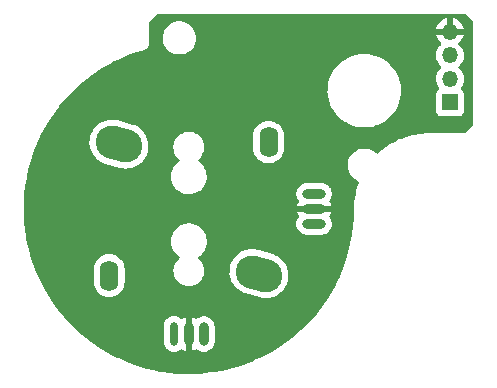
<source format=gbl>
%TF.GenerationSoftware,KiCad,Pcbnew,(6.0.1)*%
%TF.CreationDate,2022-03-21T17:48:04-07:00*%
%TF.ProjectId,CStick,43537469-636b-42e6-9b69-6361645f7063,rev?*%
%TF.SameCoordinates,Original*%
%TF.FileFunction,Copper,L2,Bot*%
%TF.FilePolarity,Positive*%
%FSLAX46Y46*%
G04 Gerber Fmt 4.6, Leading zero omitted, Abs format (unit mm)*
G04 Created by KiCad (PCBNEW (6.0.1)) date 2022-03-21 17:48:04*
%MOMM*%
%LPD*%
G01*
G04 APERTURE LIST*
G04 Aperture macros list*
%AMHorizOval*
0 Thick line with rounded ends*
0 $1 width*
0 $2 $3 position (X,Y) of the first rounded end (center of the circle)*
0 $4 $5 position (X,Y) of the second rounded end (center of the circle)*
0 Add line between two ends*
20,1,$1,$2,$3,$4,$5,0*
0 Add two circle primitives to create the rounded ends*
1,1,$1,$2,$3*
1,1,$1,$4,$5*%
G04 Aperture macros list end*
%TA.AperFunction,ComponentPad*%
%ADD10R,1.350000X1.350000*%
%TD*%
%TA.AperFunction,ComponentPad*%
%ADD11O,1.350000X1.350000*%
%TD*%
%TA.AperFunction,ComponentPad*%
%ADD12O,1.600000X2.600000*%
%TD*%
%TA.AperFunction,ComponentPad*%
%ADD13HorizOval,2.800000X-0.577898X0.161352X0.577898X-0.161352X0*%
%TD*%
%TA.AperFunction,ComponentPad*%
%ADD14O,0.700000X2.000000*%
%TD*%
%TA.AperFunction,ComponentPad*%
%ADD15O,0.800000X2.000000*%
%TD*%
%TA.AperFunction,ComponentPad*%
%ADD16O,2.000000X0.800000*%
%TD*%
G04 APERTURE END LIST*
D10*
X172100000Y-91000000D03*
D11*
X172100000Y-89000000D03*
X172100000Y-87000000D03*
X172100000Y-85000000D03*
D12*
X143250000Y-105650000D03*
D13*
X144070000Y-94520000D03*
D12*
X156750000Y-94350000D03*
D13*
X155930000Y-105480000D03*
D14*
X148730000Y-110600000D03*
D15*
X150000000Y-110600000D03*
X151270000Y-110600000D03*
D16*
X160600000Y-101270000D03*
X160600000Y-100000000D03*
X160600000Y-98730000D03*
%TA.AperFunction,Conductor*%
G36*
X173405510Y-83528002D02*
G01*
X173426485Y-83544905D01*
X174055096Y-84173517D01*
X174089121Y-84235829D01*
X174092000Y-84262612D01*
X174092000Y-92837388D01*
X174071998Y-92905509D01*
X174055096Y-92926483D01*
X173426485Y-93555095D01*
X173364172Y-93589120D01*
X173337389Y-93592000D01*
X170453207Y-93592000D01*
X170432303Y-93590254D01*
X170425562Y-93589120D01*
X170412539Y-93586929D01*
X170406373Y-93586854D01*
X170404865Y-93586835D01*
X170404860Y-93586835D01*
X170400000Y-93586776D01*
X170393794Y-93587665D01*
X170380297Y-93588861D01*
X169956790Y-93603516D01*
X169741601Y-93625927D01*
X169517885Y-93649225D01*
X169517872Y-93649227D01*
X169515700Y-93649453D01*
X169513545Y-93649829D01*
X169513534Y-93649831D01*
X169080979Y-93725395D01*
X169080970Y-93725397D01*
X169078840Y-93725769D01*
X169076746Y-93726286D01*
X169076742Y-93726287D01*
X168917388Y-93765643D01*
X168648300Y-93832100D01*
X168226141Y-93967937D01*
X168224134Y-93968740D01*
X168224125Y-93968743D01*
X168002714Y-94057302D01*
X167814380Y-94132631D01*
X167414989Y-94325394D01*
X167029878Y-94545303D01*
X167028069Y-94546509D01*
X167028061Y-94546514D01*
X166662703Y-94790096D01*
X166662691Y-94790105D01*
X166660889Y-94791306D01*
X166309787Y-95062227D01*
X166308162Y-95063671D01*
X166308158Y-95063674D01*
X166046445Y-95296185D01*
X165982234Y-95326475D01*
X165911841Y-95317242D01*
X165892930Y-95306868D01*
X165670961Y-95159047D01*
X165654534Y-95146010D01*
X165643473Y-95135619D01*
X165643472Y-95135618D01*
X165639925Y-95132286D01*
X165635913Y-95129543D01*
X165635907Y-95129538D01*
X165634383Y-95128496D01*
X165629573Y-95125208D01*
X165625179Y-95123111D01*
X165625174Y-95123108D01*
X165620900Y-95121068D01*
X165613781Y-95117388D01*
X165439876Y-95020350D01*
X165439872Y-95020348D01*
X165435558Y-95017941D01*
X165430912Y-95016235D01*
X165232168Y-94943262D01*
X165232163Y-94943261D01*
X165227515Y-94941554D01*
X165222659Y-94940596D01*
X165222656Y-94940595D01*
X165014940Y-94899610D01*
X165014936Y-94899609D01*
X165010083Y-94898652D01*
X165005134Y-94898465D01*
X165005132Y-94898465D01*
X164943889Y-94896154D01*
X164788617Y-94890293D01*
X164568569Y-94916682D01*
X164355359Y-94977168D01*
X164350884Y-94979240D01*
X164350877Y-94979242D01*
X164158730Y-95068183D01*
X164158727Y-95068185D01*
X164154237Y-95070263D01*
X164150121Y-95073023D01*
X164150120Y-95073023D01*
X164036010Y-95149524D01*
X163970153Y-95193675D01*
X163807642Y-95344364D01*
X163670704Y-95518620D01*
X163562712Y-95712153D01*
X163561006Y-95716801D01*
X163561004Y-95716804D01*
X163488914Y-95913147D01*
X163486325Y-95920197D01*
X163485368Y-95925049D01*
X163485366Y-95925055D01*
X163471190Y-95996903D01*
X163443424Y-96137628D01*
X163443237Y-96142579D01*
X163443237Y-96142580D01*
X163442447Y-96163498D01*
X163435064Y-96359095D01*
X163461452Y-96579142D01*
X163521938Y-96792352D01*
X163524017Y-96796843D01*
X163524019Y-96796849D01*
X163586139Y-96931053D01*
X163615033Y-96993475D01*
X163617789Y-96997585D01*
X163617789Y-96997586D01*
X163681102Y-97092025D01*
X163738445Y-97177558D01*
X163741809Y-97181186D01*
X163859250Y-97307841D01*
X163889134Y-97340070D01*
X163946791Y-97385379D01*
X164034125Y-97454010D01*
X164042534Y-97461238D01*
X164052556Y-97470654D01*
X164056569Y-97473398D01*
X164056573Y-97473401D01*
X164058883Y-97474980D01*
X164062908Y-97477732D01*
X164067306Y-97479831D01*
X164067308Y-97479832D01*
X164088064Y-97489737D01*
X164103637Y-97498579D01*
X164331445Y-97650288D01*
X164377056Y-97704694D01*
X164386013Y-97775123D01*
X164380977Y-97795485D01*
X164273474Y-98113722D01*
X164254794Y-98169018D01*
X164138453Y-98618304D01*
X164138045Y-98620535D01*
X164138043Y-98620543D01*
X164112810Y-98758436D01*
X164054914Y-99074828D01*
X164004615Y-99536199D01*
X164003589Y-99564527D01*
X163988941Y-99969042D01*
X163988050Y-99977799D01*
X163988171Y-99977810D01*
X163987735Y-99982670D01*
X163986929Y-99987461D01*
X163986856Y-99993462D01*
X163986814Y-99993730D01*
X163986849Y-99993999D01*
X163986776Y-100000000D01*
X163987465Y-100004814D01*
X163987466Y-100004823D01*
X163989676Y-100020257D01*
X163990904Y-100041446D01*
X163972546Y-100735917D01*
X163972194Y-100742567D01*
X163914149Y-101473110D01*
X163913446Y-101479732D01*
X163816889Y-102206166D01*
X163815838Y-102212742D01*
X163681029Y-102933098D01*
X163679631Y-102939609D01*
X163506960Y-103651798D01*
X163505221Y-103658226D01*
X163295154Y-104360330D01*
X163293077Y-104366657D01*
X163222567Y-104563743D01*
X163058797Y-105021502D01*
X163046219Y-105056658D01*
X163043814Y-105062859D01*
X162790114Y-105668933D01*
X162760832Y-105738885D01*
X162758105Y-105744944D01*
X162523641Y-106231198D01*
X162439808Y-106405060D01*
X162436758Y-106410980D01*
X162084038Y-107053341D01*
X162080680Y-107059092D01*
X161694500Y-107681946D01*
X161690842Y-107687511D01*
X161272311Y-108289066D01*
X161268365Y-108294430D01*
X160818627Y-108873044D01*
X160814403Y-108878192D01*
X160334719Y-109432242D01*
X160330228Y-109437159D01*
X159821945Y-109965089D01*
X159817201Y-109969763D01*
X159281741Y-110470095D01*
X159276757Y-110474511D01*
X158715617Y-110945850D01*
X158710407Y-110949997D01*
X158125128Y-111391044D01*
X158119706Y-111394910D01*
X157511931Y-111804429D01*
X157506349Y-111807978D01*
X156998879Y-112112216D01*
X156877797Y-112184807D01*
X156872004Y-112188075D01*
X156224425Y-112531167D01*
X156218465Y-112534125D01*
X155553680Y-112842517D01*
X155547568Y-112845159D01*
X154867398Y-113118005D01*
X154861159Y-113120318D01*
X154167515Y-113356850D01*
X154161190Y-113358822D01*
X153637193Y-113507106D01*
X153456022Y-113558375D01*
X153449569Y-113560018D01*
X153166393Y-113624210D01*
X152734854Y-113722033D01*
X152728335Y-113723330D01*
X152116486Y-113828397D01*
X152006077Y-113847356D01*
X151999486Y-113848310D01*
X151271646Y-113934006D01*
X151265017Y-113934609D01*
X151041983Y-113948980D01*
X150533714Y-113981729D01*
X150527059Y-113981982D01*
X150175462Y-113986021D01*
X149794240Y-113990400D01*
X149787593Y-113990300D01*
X149055382Y-113959990D01*
X149048746Y-113959539D01*
X148319127Y-113890583D01*
X148312548Y-113889785D01*
X147906511Y-113829627D01*
X147587625Y-113782381D01*
X147581066Y-113781232D01*
X147018451Y-113667217D01*
X146862796Y-113635673D01*
X146856320Y-113634181D01*
X146146782Y-113450886D01*
X146140382Y-113449051D01*
X145924208Y-113380837D01*
X145441494Y-113228516D01*
X145435203Y-113226346D01*
X145146073Y-113118005D01*
X144748949Y-112969197D01*
X144742782Y-112966698D01*
X144071082Y-112673655D01*
X144065057Y-112670835D01*
X143958680Y-112617568D01*
X143926272Y-112601340D01*
X143409777Y-112342713D01*
X143403903Y-112339575D01*
X142766865Y-111977285D01*
X142761166Y-111973841D01*
X142144166Y-111578406D01*
X142138665Y-111574672D01*
X141751460Y-111296596D01*
X147871500Y-111296596D01*
X147886583Y-111435437D01*
X147946078Y-111612223D01*
X148042147Y-111772109D01*
X148170308Y-111907636D01*
X148175951Y-111911471D01*
X148293149Y-111991118D01*
X148324582Y-112012480D01*
X148330911Y-112015012D01*
X148330914Y-112015013D01*
X148491430Y-112079215D01*
X148491432Y-112079216D01*
X148497771Y-112081751D01*
X148608033Y-112100005D01*
X148675058Y-112111101D01*
X148675061Y-112111101D01*
X148681795Y-112112216D01*
X148688611Y-112111859D01*
X148688615Y-112111859D01*
X148833475Y-112104266D01*
X148868067Y-112102453D01*
X149047898Y-112052920D01*
X149212898Y-111965925D01*
X149218111Y-111961520D01*
X149218115Y-111961517D01*
X149274518Y-111913852D01*
X149339459Y-111885160D01*
X149409603Y-111896133D01*
X149429907Y-111908154D01*
X149538157Y-111986802D01*
X149549529Y-111993368D01*
X149711839Y-112065633D01*
X149724325Y-112069690D01*
X149728278Y-112070530D01*
X149742341Y-112069457D01*
X149746000Y-112059503D01*
X149746000Y-112056182D01*
X150254000Y-112056182D01*
X150257973Y-112069713D01*
X150268468Y-112071222D01*
X150275675Y-112069690D01*
X150288161Y-112065633D01*
X150450471Y-111993368D01*
X150461843Y-111986802D01*
X150560515Y-111915113D01*
X150627383Y-111891254D01*
X150696535Y-111907335D01*
X150708637Y-111915113D01*
X150807308Y-111986802D01*
X150813248Y-111991118D01*
X150819276Y-111993802D01*
X150819278Y-111993803D01*
X150966844Y-112059503D01*
X150987712Y-112068794D01*
X151081113Y-112088647D01*
X151168056Y-112107128D01*
X151168061Y-112107128D01*
X151174513Y-112108500D01*
X151365487Y-112108500D01*
X151371939Y-112107128D01*
X151371944Y-112107128D01*
X151458887Y-112088647D01*
X151552288Y-112068794D01*
X151573156Y-112059503D01*
X151720722Y-111993803D01*
X151720724Y-111993802D01*
X151726752Y-111991118D01*
X151732693Y-111986802D01*
X151836376Y-111911471D01*
X151881253Y-111878866D01*
X151911270Y-111845529D01*
X152004621Y-111741852D01*
X152004622Y-111741851D01*
X152009040Y-111736944D01*
X152104527Y-111571556D01*
X152163542Y-111389928D01*
X152178500Y-111247610D01*
X152178500Y-109952390D01*
X152163542Y-109810072D01*
X152104527Y-109628444D01*
X152009040Y-109463056D01*
X151983560Y-109434757D01*
X151885675Y-109326045D01*
X151885674Y-109326044D01*
X151881253Y-109321134D01*
X151757043Y-109230890D01*
X151732094Y-109212763D01*
X151732093Y-109212762D01*
X151726752Y-109208882D01*
X151720724Y-109206198D01*
X151720722Y-109206197D01*
X151558319Y-109133891D01*
X151558318Y-109133891D01*
X151552288Y-109131206D01*
X151458888Y-109111353D01*
X151371944Y-109092872D01*
X151371939Y-109092872D01*
X151365487Y-109091500D01*
X151174513Y-109091500D01*
X151168061Y-109092872D01*
X151168056Y-109092872D01*
X151081112Y-109111353D01*
X150987712Y-109131206D01*
X150981682Y-109133891D01*
X150981681Y-109133891D01*
X150819278Y-109206197D01*
X150819276Y-109206198D01*
X150813248Y-109208882D01*
X150807907Y-109212762D01*
X150807906Y-109212763D01*
X150708637Y-109284887D01*
X150641770Y-109308745D01*
X150572618Y-109292665D01*
X150560515Y-109284887D01*
X150461843Y-109213198D01*
X150450471Y-109206632D01*
X150288161Y-109134367D01*
X150275675Y-109130310D01*
X150271722Y-109129470D01*
X150257659Y-109130543D01*
X150254000Y-109140497D01*
X150254000Y-112056182D01*
X149746000Y-112056182D01*
X149746000Y-109143818D01*
X149742027Y-109130287D01*
X149731532Y-109128778D01*
X149724325Y-109130310D01*
X149711839Y-109134367D01*
X149549529Y-109206632D01*
X149538157Y-109213198D01*
X149433413Y-109289299D01*
X149366545Y-109313158D01*
X149297394Y-109297077D01*
X149288552Y-109291589D01*
X149135418Y-109187520D01*
X149129089Y-109184988D01*
X149129086Y-109184987D01*
X148968570Y-109120785D01*
X148968568Y-109120784D01*
X148962229Y-109118249D01*
X148848124Y-109099359D01*
X148784942Y-109088899D01*
X148784939Y-109088899D01*
X148778205Y-109087784D01*
X148771389Y-109088141D01*
X148771385Y-109088141D01*
X148626525Y-109095734D01*
X148591933Y-109097547D01*
X148412102Y-109147080D01*
X148247102Y-109234075D01*
X148241889Y-109238480D01*
X148241885Y-109238483D01*
X148109847Y-109350064D01*
X148109843Y-109350068D01*
X148104633Y-109354471D01*
X148100486Y-109359895D01*
X148100485Y-109359896D01*
X147995484Y-109497231D01*
X147995481Y-109497235D01*
X147991340Y-109502652D01*
X147912510Y-109671704D01*
X147871820Y-109853740D01*
X147871500Y-109859463D01*
X147871500Y-111296596D01*
X141751460Y-111296596D01*
X141543420Y-111147190D01*
X141538133Y-111143178D01*
X140966280Y-110684827D01*
X140961196Y-110680526D01*
X140414381Y-110192622D01*
X140409531Y-110188058D01*
X139889265Y-109671952D01*
X139884663Y-109667139D01*
X139392395Y-109124270D01*
X139388053Y-109119221D01*
X138925128Y-108551072D01*
X138921060Y-108545800D01*
X138488823Y-107954018D01*
X138485039Y-107948538D01*
X138084655Y-107334722D01*
X138081165Y-107329050D01*
X137713784Y-106694961D01*
X137710599Y-106689113D01*
X137464392Y-106207127D01*
X141941500Y-106207127D01*
X141956457Y-106378087D01*
X142015716Y-106599243D01*
X142018039Y-106604224D01*
X142018039Y-106604225D01*
X142110151Y-106801762D01*
X142110154Y-106801767D01*
X142112477Y-106806749D01*
X142243802Y-106994300D01*
X142405700Y-107156198D01*
X142410208Y-107159355D01*
X142410211Y-107159357D01*
X142488389Y-107214098D01*
X142593251Y-107287523D01*
X142598233Y-107289846D01*
X142598238Y-107289849D01*
X142795775Y-107381961D01*
X142800757Y-107384284D01*
X142806065Y-107385706D01*
X142806067Y-107385707D01*
X143016598Y-107442119D01*
X143016600Y-107442119D01*
X143021913Y-107443543D01*
X143250000Y-107463498D01*
X143478087Y-107443543D01*
X143483400Y-107442119D01*
X143483402Y-107442119D01*
X143693933Y-107385707D01*
X143693935Y-107385706D01*
X143699243Y-107384284D01*
X143704225Y-107381961D01*
X143901762Y-107289849D01*
X143901767Y-107289846D01*
X143906749Y-107287523D01*
X144011611Y-107214098D01*
X144089789Y-107159357D01*
X144089792Y-107159355D01*
X144094300Y-107156198D01*
X144256198Y-106994300D01*
X144387523Y-106806749D01*
X144389846Y-106801767D01*
X144389849Y-106801762D01*
X144481961Y-106604225D01*
X144481961Y-106604224D01*
X144484284Y-106599243D01*
X144543543Y-106378087D01*
X144558500Y-106207127D01*
X144558500Y-105092873D01*
X144555607Y-105059799D01*
X144550105Y-104996913D01*
X144543543Y-104921913D01*
X144542119Y-104916598D01*
X144485707Y-104706067D01*
X144485706Y-104706065D01*
X144484284Y-104700757D01*
X144481961Y-104695775D01*
X144389849Y-104498238D01*
X144389846Y-104498233D01*
X144387523Y-104493251D01*
X144296681Y-104363516D01*
X144259357Y-104310211D01*
X144259355Y-104310208D01*
X144256198Y-104305700D01*
X144094300Y-104143802D01*
X144089792Y-104140645D01*
X144089789Y-104140643D01*
X143922481Y-104023493D01*
X143906749Y-104012477D01*
X143901767Y-104010154D01*
X143901762Y-104010151D01*
X143704225Y-103918039D01*
X143704224Y-103918039D01*
X143699243Y-103915716D01*
X143693935Y-103914294D01*
X143693933Y-103914293D01*
X143483402Y-103857881D01*
X143483400Y-103857881D01*
X143478087Y-103856457D01*
X143250000Y-103836502D01*
X143021913Y-103856457D01*
X143016600Y-103857881D01*
X143016598Y-103857881D01*
X142806067Y-103914293D01*
X142806065Y-103914294D01*
X142800757Y-103915716D01*
X142795776Y-103918039D01*
X142795775Y-103918039D01*
X142598238Y-104010151D01*
X142598233Y-104010154D01*
X142593251Y-104012477D01*
X142577519Y-104023493D01*
X142410211Y-104140643D01*
X142410208Y-104140645D01*
X142405700Y-104143802D01*
X142243802Y-104305700D01*
X142240645Y-104310208D01*
X142240643Y-104310211D01*
X142203319Y-104363516D01*
X142112477Y-104493251D01*
X142110154Y-104498233D01*
X142110151Y-104498238D01*
X142018039Y-104695775D01*
X142015716Y-104700757D01*
X142014294Y-104706065D01*
X142014293Y-104706067D01*
X141957881Y-104916598D01*
X141956457Y-104921913D01*
X141949895Y-104996913D01*
X141944394Y-105059799D01*
X141941500Y-105092873D01*
X141941500Y-106207127D01*
X137464392Y-106207127D01*
X137377230Y-106036495D01*
X137374358Y-106030487D01*
X137075925Y-105361147D01*
X137073375Y-105354995D01*
X136810726Y-104670831D01*
X136808505Y-104664553D01*
X136638144Y-104139400D01*
X136582370Y-103967474D01*
X136580487Y-103961099D01*
X136553093Y-103858463D01*
X136438783Y-103430196D01*
X136391501Y-103253050D01*
X136389954Y-103246574D01*
X136296309Y-102802817D01*
X148487514Y-102802817D01*
X148488095Y-102807837D01*
X148488095Y-102807841D01*
X148503923Y-102944631D01*
X148515415Y-103043956D01*
X148516791Y-103048820D01*
X148516792Y-103048823D01*
X148562476Y-103210266D01*
X148581510Y-103277532D01*
X148583644Y-103282108D01*
X148583646Y-103282114D01*
X148667310Y-103461532D01*
X148684099Y-103497536D01*
X148820544Y-103698307D01*
X148987332Y-103874681D01*
X149165987Y-104011273D01*
X149207954Y-104068536D01*
X149212299Y-104139400D01*
X149177643Y-104201363D01*
X149161729Y-104214580D01*
X149160214Y-104215641D01*
X149155700Y-104218802D01*
X148993802Y-104380700D01*
X148862477Y-104568251D01*
X148860154Y-104573233D01*
X148860151Y-104573238D01*
X148814643Y-104670831D01*
X148765716Y-104775757D01*
X148706457Y-104996913D01*
X148686502Y-105225000D01*
X148706457Y-105453087D01*
X148707881Y-105458400D01*
X148707881Y-105458402D01*
X148758628Y-105647789D01*
X148765716Y-105674243D01*
X148768039Y-105679224D01*
X148768039Y-105679225D01*
X148860151Y-105876762D01*
X148860154Y-105876767D01*
X148862477Y-105881749D01*
X148902213Y-105938498D01*
X148970832Y-106036495D01*
X148993802Y-106069300D01*
X149155700Y-106231198D01*
X149160208Y-106234355D01*
X149160211Y-106234357D01*
X149238389Y-106289098D01*
X149343251Y-106362523D01*
X149348233Y-106364846D01*
X149348238Y-106364849D01*
X149545775Y-106456961D01*
X149550757Y-106459284D01*
X149556065Y-106460706D01*
X149556067Y-106460707D01*
X149766598Y-106517119D01*
X149766600Y-106517119D01*
X149771913Y-106518543D01*
X149871480Y-106527254D01*
X149940149Y-106533262D01*
X149940156Y-106533262D01*
X149942873Y-106533500D01*
X150057127Y-106533500D01*
X150059844Y-106533262D01*
X150059851Y-106533262D01*
X150128520Y-106527254D01*
X150228087Y-106518543D01*
X150233400Y-106517119D01*
X150233402Y-106517119D01*
X150443933Y-106460707D01*
X150443935Y-106460706D01*
X150449243Y-106459284D01*
X150454225Y-106456961D01*
X150651762Y-106364849D01*
X150651767Y-106364846D01*
X150656749Y-106362523D01*
X150761611Y-106289098D01*
X150839789Y-106234357D01*
X150839792Y-106234355D01*
X150844300Y-106231198D01*
X151006198Y-106069300D01*
X151029169Y-106036495D01*
X151097787Y-105938498D01*
X151137523Y-105881749D01*
X151139846Y-105876767D01*
X151139849Y-105876762D01*
X151231961Y-105679225D01*
X151231961Y-105679224D01*
X151234284Y-105674243D01*
X151241373Y-105647789D01*
X151292119Y-105458402D01*
X151292119Y-105458400D01*
X151293543Y-105453087D01*
X151298586Y-105395444D01*
X153440038Y-105395444D01*
X153471152Y-105670659D01*
X153541668Y-105938498D01*
X153543454Y-105942696D01*
X153543455Y-105942698D01*
X153598984Y-106073197D01*
X153650111Y-106193353D01*
X153675091Y-106234357D01*
X153782691Y-106410980D01*
X153794207Y-106429884D01*
X153797111Y-106433388D01*
X153797113Y-106433391D01*
X153968026Y-106639624D01*
X153968031Y-106639629D01*
X153970938Y-106643137D01*
X153974326Y-106646193D01*
X153974327Y-106646194D01*
X154157328Y-106811257D01*
X154176603Y-106828643D01*
X154406892Y-106982518D01*
X154431649Y-106994300D01*
X154653511Y-107099885D01*
X154653516Y-107099887D01*
X154656983Y-107101537D01*
X154660623Y-107102751D01*
X154660627Y-107102753D01*
X154686404Y-107111353D01*
X154740104Y-107129268D01*
X154741629Y-107129694D01*
X154741633Y-107129695D01*
X155069460Y-107221226D01*
X156062429Y-107498468D01*
X156264747Y-107539446D01*
X156269299Y-107539697D01*
X156269303Y-107539697D01*
X156466095Y-107550527D01*
X156541295Y-107554666D01*
X156545843Y-107554256D01*
X156545848Y-107554256D01*
X156720227Y-107538539D01*
X156817144Y-107529804D01*
X157086515Y-107465382D01*
X157343764Y-107362750D01*
X157583504Y-107224057D01*
X157587078Y-107221230D01*
X157587083Y-107221226D01*
X157797133Y-107055040D01*
X157797135Y-107055039D01*
X157800711Y-107052209D01*
X157990835Y-106850806D01*
X158018579Y-106811257D01*
X158147278Y-106627798D01*
X158147280Y-106627795D01*
X158149895Y-106624067D01*
X158274557Y-106376742D01*
X158362211Y-106114010D01*
X158411020Y-105841378D01*
X158416591Y-105668933D01*
X158419815Y-105569117D01*
X158419815Y-105569112D01*
X158419962Y-105564556D01*
X158388848Y-105289342D01*
X158371909Y-105225000D01*
X158319493Y-105025912D01*
X158318332Y-105021502D01*
X158275956Y-104921913D01*
X158211679Y-104770853D01*
X158211677Y-104770849D01*
X158209889Y-104766647D01*
X158098167Y-104583258D01*
X158068163Y-104534006D01*
X158068162Y-104534004D01*
X158065793Y-104530116D01*
X157889062Y-104316864D01*
X157876685Y-104305700D01*
X157686791Y-104134418D01*
X157686788Y-104134416D01*
X157683397Y-104131357D01*
X157453108Y-103977482D01*
X157243566Y-103877760D01*
X157206494Y-103860117D01*
X157206491Y-103860116D01*
X157203018Y-103858463D01*
X157119896Y-103830732D01*
X157118392Y-103830312D01*
X157118382Y-103830309D01*
X155941501Y-103501718D01*
X155797571Y-103461532D01*
X155595253Y-103420554D01*
X155590701Y-103420303D01*
X155590697Y-103420303D01*
X155393905Y-103409473D01*
X155318705Y-103405334D01*
X155314157Y-103405744D01*
X155314152Y-103405744D01*
X155161538Y-103419499D01*
X155042856Y-103430196D01*
X154916889Y-103460322D01*
X154780443Y-103492954D01*
X154773485Y-103494618D01*
X154516236Y-103597250D01*
X154276496Y-103735943D01*
X154059290Y-103907791D01*
X153869165Y-104109194D01*
X153866545Y-104112929D01*
X153866544Y-104112930D01*
X153725627Y-104313807D01*
X153710105Y-104335933D01*
X153585443Y-104583258D01*
X153497789Y-104845990D01*
X153448980Y-105118622D01*
X153448833Y-105123182D01*
X153448832Y-105123189D01*
X153441244Y-105358109D01*
X153440038Y-105395444D01*
X151298586Y-105395444D01*
X151313498Y-105225000D01*
X151293543Y-104996913D01*
X151234284Y-104775757D01*
X151185357Y-104670831D01*
X151139849Y-104573238D01*
X151139846Y-104573233D01*
X151137523Y-104568251D01*
X151006198Y-104380700D01*
X150844300Y-104218802D01*
X150838271Y-104214580D01*
X150835914Y-104212930D01*
X150791586Y-104157472D01*
X150784277Y-104086853D01*
X150816308Y-104023493D01*
X150841042Y-104003097D01*
X150902288Y-103964528D01*
X150902291Y-103964526D01*
X150906567Y-103961833D01*
X151005422Y-103874681D01*
X151084858Y-103804650D01*
X151084861Y-103804647D01*
X151088655Y-103801302D01*
X151176696Y-103694119D01*
X151239526Y-103617628D01*
X151239528Y-103617625D01*
X151242734Y-103613722D01*
X151331311Y-103461532D01*
X151362299Y-103408290D01*
X151362300Y-103408288D01*
X151364841Y-103403922D01*
X151422755Y-103253050D01*
X151450020Y-103182022D01*
X151450021Y-103182018D01*
X151451833Y-103177298D01*
X151501474Y-102939680D01*
X151512486Y-102697183D01*
X151497235Y-102565373D01*
X151485167Y-102461071D01*
X151485166Y-102461067D01*
X151484585Y-102456044D01*
X151445517Y-102317978D01*
X151419866Y-102227331D01*
X151418490Y-102222468D01*
X151416356Y-102217892D01*
X151416354Y-102217886D01*
X151318038Y-102007046D01*
X151318036Y-102007042D01*
X151315901Y-102002464D01*
X151179456Y-101801693D01*
X151012668Y-101625319D01*
X150917148Y-101552288D01*
X150823846Y-101480953D01*
X150823842Y-101480950D01*
X150819826Y-101477880D01*
X150610214Y-101365487D01*
X159091500Y-101365487D01*
X159092872Y-101371939D01*
X159092872Y-101371944D01*
X159111353Y-101458888D01*
X159131206Y-101552288D01*
X159133891Y-101558318D01*
X159133891Y-101558319D01*
X159196392Y-101698698D01*
X159208882Y-101726752D01*
X159321134Y-101881253D01*
X159326044Y-101885674D01*
X159326045Y-101885675D01*
X159455753Y-102002464D01*
X159463056Y-102009040D01*
X159628444Y-102104527D01*
X159810072Y-102163542D01*
X159816633Y-102164232D01*
X159816635Y-102164232D01*
X159869889Y-102169829D01*
X159952390Y-102178500D01*
X161247610Y-102178500D01*
X161330111Y-102169829D01*
X161383365Y-102164232D01*
X161383367Y-102164232D01*
X161389928Y-102163542D01*
X161571556Y-102104527D01*
X161736944Y-102009040D01*
X161744248Y-102002464D01*
X161873955Y-101885675D01*
X161873956Y-101885674D01*
X161878866Y-101881253D01*
X161991118Y-101726752D01*
X162003609Y-101698698D01*
X162066109Y-101558319D01*
X162066109Y-101558318D01*
X162068794Y-101552288D01*
X162088647Y-101458888D01*
X162107128Y-101371944D01*
X162107128Y-101371939D01*
X162108500Y-101365487D01*
X162108500Y-101174513D01*
X162068794Y-100987712D01*
X161991118Y-100813248D01*
X161915113Y-100708636D01*
X161891255Y-100641770D01*
X161907335Y-100572618D01*
X161915113Y-100560515D01*
X161986802Y-100461843D01*
X161993368Y-100450471D01*
X162065633Y-100288161D01*
X162069690Y-100275675D01*
X162070530Y-100271722D01*
X162069457Y-100257659D01*
X162059503Y-100254000D01*
X159143818Y-100254000D01*
X159130287Y-100257973D01*
X159128778Y-100268468D01*
X159130310Y-100275675D01*
X159134367Y-100288161D01*
X159206632Y-100450471D01*
X159213198Y-100461843D01*
X159284887Y-100560515D01*
X159308746Y-100627383D01*
X159292665Y-100696535D01*
X159284890Y-100708633D01*
X159208882Y-100813248D01*
X159131206Y-100987712D01*
X159091500Y-101174513D01*
X159091500Y-101365487D01*
X150610214Y-101365487D01*
X150605891Y-101363169D01*
X150376369Y-101284138D01*
X150277022Y-101266978D01*
X150141074Y-101243496D01*
X150141068Y-101243495D01*
X150137164Y-101242821D01*
X150133203Y-101242641D01*
X150133202Y-101242641D01*
X150109494Y-101241564D01*
X150109475Y-101241564D01*
X150108075Y-101241500D01*
X149938999Y-101241500D01*
X149936491Y-101241702D01*
X149936486Y-101241702D01*
X149763076Y-101255654D01*
X149763071Y-101255655D01*
X149758035Y-101256060D01*
X149753127Y-101257266D01*
X149753124Y-101257266D01*
X149637007Y-101285787D01*
X149522294Y-101313963D01*
X149517642Y-101315938D01*
X149517638Y-101315939D01*
X149416467Y-101358884D01*
X149298844Y-101408812D01*
X149294560Y-101411510D01*
X149097712Y-101535472D01*
X149097709Y-101535474D01*
X149093433Y-101538167D01*
X149089639Y-101541512D01*
X148915142Y-101695350D01*
X148915139Y-101695353D01*
X148911345Y-101698698D01*
X148908135Y-101702606D01*
X148908134Y-101702607D01*
X148761394Y-101881253D01*
X148757266Y-101886278D01*
X148696213Y-101991178D01*
X148685817Y-102009040D01*
X148635159Y-102096078D01*
X148633346Y-102100801D01*
X148592901Y-102206166D01*
X148548167Y-102322702D01*
X148547133Y-102327652D01*
X148547132Y-102327655D01*
X148505642Y-102526259D01*
X148498526Y-102560320D01*
X148487514Y-102802817D01*
X136296309Y-102802817D01*
X136238631Y-102529495D01*
X136237432Y-102522961D01*
X136206892Y-102327655D01*
X136124214Y-101798934D01*
X136123359Y-101792330D01*
X136048548Y-101063300D01*
X136048044Y-101056660D01*
X136011857Y-100324722D01*
X136011704Y-100318065D01*
X136013693Y-99742341D01*
X136014237Y-99585210D01*
X136014434Y-99578590D01*
X136055683Y-98846898D01*
X136056233Y-98840263D01*
X136057853Y-98825487D01*
X159091500Y-98825487D01*
X159092872Y-98831939D01*
X159092872Y-98831944D01*
X159096051Y-98846900D01*
X159131206Y-99012288D01*
X159133891Y-99018318D01*
X159133891Y-99018319D01*
X159160057Y-99077088D01*
X159208882Y-99186752D01*
X159212762Y-99192093D01*
X159212763Y-99192094D01*
X159284887Y-99291363D01*
X159308745Y-99358230D01*
X159292665Y-99427382D01*
X159284887Y-99439485D01*
X159213198Y-99538157D01*
X159206632Y-99549529D01*
X159134367Y-99711839D01*
X159130310Y-99724325D01*
X159129470Y-99728278D01*
X159130543Y-99742341D01*
X159140497Y-99746000D01*
X162056182Y-99746000D01*
X162069713Y-99742027D01*
X162071222Y-99731532D01*
X162069690Y-99724325D01*
X162065633Y-99711839D01*
X161993368Y-99549529D01*
X161986802Y-99538157D01*
X161915113Y-99439485D01*
X161891254Y-99372617D01*
X161907335Y-99303465D01*
X161915113Y-99291363D01*
X161987237Y-99192094D01*
X161987238Y-99192093D01*
X161991118Y-99186752D01*
X162039944Y-99077088D01*
X162066109Y-99018319D01*
X162066109Y-99018318D01*
X162068794Y-99012288D01*
X162103949Y-98846900D01*
X162107128Y-98831944D01*
X162107128Y-98831939D01*
X162108500Y-98825487D01*
X162108500Y-98634513D01*
X162104587Y-98616100D01*
X162072368Y-98464528D01*
X162068794Y-98447712D01*
X162005099Y-98304650D01*
X161993803Y-98279278D01*
X161993802Y-98279276D01*
X161991118Y-98273248D01*
X161878866Y-98118747D01*
X161873285Y-98113722D01*
X161741852Y-97995379D01*
X161741851Y-97995378D01*
X161736944Y-97990960D01*
X161571556Y-97895473D01*
X161389928Y-97836458D01*
X161383367Y-97835768D01*
X161383365Y-97835768D01*
X161330111Y-97830171D01*
X161247610Y-97821500D01*
X159952390Y-97821500D01*
X159869889Y-97830171D01*
X159816635Y-97835768D01*
X159816633Y-97835768D01*
X159810072Y-97836458D01*
X159628444Y-97895473D01*
X159463056Y-97990960D01*
X159458149Y-97995378D01*
X159458148Y-97995379D01*
X159326715Y-98113722D01*
X159321134Y-98118747D01*
X159208882Y-98273248D01*
X159206198Y-98279276D01*
X159206197Y-98279278D01*
X159194901Y-98304650D01*
X159131206Y-98447712D01*
X159127632Y-98464528D01*
X159095414Y-98616100D01*
X159091500Y-98634513D01*
X159091500Y-98825487D01*
X136057853Y-98825487D01*
X136136082Y-98111781D01*
X136136982Y-98105184D01*
X136255207Y-97381929D01*
X136256455Y-97375387D01*
X136264957Y-97336436D01*
X136272295Y-97302817D01*
X148487514Y-97302817D01*
X148488095Y-97307837D01*
X148488095Y-97307841D01*
X148513602Y-97528284D01*
X148515415Y-97543956D01*
X148516791Y-97548820D01*
X148516792Y-97548823D01*
X148560899Y-97704694D01*
X148581510Y-97777532D01*
X148583644Y-97782108D01*
X148583646Y-97782114D01*
X148681962Y-97992954D01*
X148684099Y-97997536D01*
X148820544Y-98198307D01*
X148987332Y-98374681D01*
X148991358Y-98377759D01*
X148991359Y-98377760D01*
X149176154Y-98519047D01*
X149176158Y-98519050D01*
X149180174Y-98522120D01*
X149394109Y-98636831D01*
X149623631Y-98715862D01*
X149722978Y-98733022D01*
X149858926Y-98756504D01*
X149858932Y-98756505D01*
X149862836Y-98757179D01*
X149866797Y-98757359D01*
X149866798Y-98757359D01*
X149890506Y-98758436D01*
X149890525Y-98758436D01*
X149891925Y-98758500D01*
X150061001Y-98758500D01*
X150063509Y-98758298D01*
X150063514Y-98758298D01*
X150236924Y-98744346D01*
X150236929Y-98744345D01*
X150241965Y-98743940D01*
X150246873Y-98742734D01*
X150246876Y-98742734D01*
X150472792Y-98687244D01*
X150477706Y-98686037D01*
X150482358Y-98684062D01*
X150482362Y-98684061D01*
X150696498Y-98593165D01*
X150701156Y-98591188D01*
X150807037Y-98524511D01*
X150902288Y-98464528D01*
X150902291Y-98464526D01*
X150906567Y-98461833D01*
X151005422Y-98374681D01*
X151084858Y-98304650D01*
X151084861Y-98304647D01*
X151088655Y-98301302D01*
X151199082Y-98166865D01*
X151239526Y-98117628D01*
X151239528Y-98117625D01*
X151242734Y-98113722D01*
X151313023Y-97992954D01*
X151362299Y-97908290D01*
X151362300Y-97908288D01*
X151364841Y-97903922D01*
X151415224Y-97772669D01*
X151450020Y-97682022D01*
X151450021Y-97682018D01*
X151451833Y-97677298D01*
X151482964Y-97528284D01*
X151500440Y-97444631D01*
X151500440Y-97444627D01*
X151501474Y-97439680D01*
X151512486Y-97197183D01*
X151511759Y-97190896D01*
X151485167Y-96961071D01*
X151485166Y-96961067D01*
X151484585Y-96956044D01*
X151445517Y-96817978D01*
X151419866Y-96727331D01*
X151418490Y-96722468D01*
X151416356Y-96717892D01*
X151416354Y-96717886D01*
X151318038Y-96507046D01*
X151318036Y-96507042D01*
X151315901Y-96502464D01*
X151179456Y-96301693D01*
X151012668Y-96125319D01*
X150834013Y-95988727D01*
X150792046Y-95931464D01*
X150787701Y-95860600D01*
X150822357Y-95798637D01*
X150838271Y-95785420D01*
X150839786Y-95784359D01*
X150839788Y-95784357D01*
X150844300Y-95781198D01*
X151006198Y-95619300D01*
X151137523Y-95431749D01*
X151139846Y-95426767D01*
X151139849Y-95426762D01*
X151231961Y-95229225D01*
X151231961Y-95229224D01*
X151234284Y-95224243D01*
X151253804Y-95151396D01*
X151292119Y-95008402D01*
X151292119Y-95008400D01*
X151293543Y-95003087D01*
X151301938Y-94907127D01*
X155441500Y-94907127D01*
X155456457Y-95078087D01*
X155457881Y-95083400D01*
X155457881Y-95083402D01*
X155496955Y-95229225D01*
X155515716Y-95299243D01*
X155518039Y-95304224D01*
X155518039Y-95304225D01*
X155610151Y-95501762D01*
X155610154Y-95501767D01*
X155612477Y-95506749D01*
X155650621Y-95561224D01*
X155735986Y-95683137D01*
X155743802Y-95694300D01*
X155905700Y-95856198D01*
X155910208Y-95859355D01*
X155910211Y-95859357D01*
X155966080Y-95898477D01*
X156093251Y-95987523D01*
X156098233Y-95989846D01*
X156098238Y-95989849D01*
X156274375Y-96071982D01*
X156300757Y-96084284D01*
X156306065Y-96085706D01*
X156306067Y-96085707D01*
X156516598Y-96142119D01*
X156516600Y-96142119D01*
X156521913Y-96143543D01*
X156750000Y-96163498D01*
X156978087Y-96143543D01*
X156983400Y-96142119D01*
X156983402Y-96142119D01*
X157193933Y-96085707D01*
X157193935Y-96085706D01*
X157199243Y-96084284D01*
X157225625Y-96071982D01*
X157401762Y-95989849D01*
X157401767Y-95989846D01*
X157406749Y-95987523D01*
X157533920Y-95898477D01*
X157589789Y-95859357D01*
X157589792Y-95859355D01*
X157594300Y-95856198D01*
X157756198Y-95694300D01*
X157764015Y-95683137D01*
X157849379Y-95561224D01*
X157887523Y-95506749D01*
X157889846Y-95501767D01*
X157889849Y-95501762D01*
X157981961Y-95304225D01*
X157981961Y-95304224D01*
X157984284Y-95299243D01*
X158003046Y-95229225D01*
X158042119Y-95083402D01*
X158042119Y-95083400D01*
X158043543Y-95078087D01*
X158058500Y-94907127D01*
X158058500Y-93792873D01*
X158043543Y-93621913D01*
X158038614Y-93603516D01*
X157985707Y-93406067D01*
X157985706Y-93406065D01*
X157984284Y-93400757D01*
X157974608Y-93380007D01*
X157889849Y-93198238D01*
X157889846Y-93198233D01*
X157887523Y-93193251D01*
X157791064Y-93055493D01*
X157759357Y-93010211D01*
X157759355Y-93010208D01*
X157756198Y-93005700D01*
X157594300Y-92843802D01*
X157589792Y-92840645D01*
X157589789Y-92840643D01*
X157501431Y-92778774D01*
X157406749Y-92712477D01*
X157401767Y-92710154D01*
X157401762Y-92710151D01*
X157204225Y-92618039D01*
X157204224Y-92618039D01*
X157199243Y-92615716D01*
X157193935Y-92614294D01*
X157193933Y-92614293D01*
X156983402Y-92557881D01*
X156983400Y-92557881D01*
X156978087Y-92556457D01*
X156750000Y-92536502D01*
X156521913Y-92556457D01*
X156516600Y-92557881D01*
X156516598Y-92557881D01*
X156306067Y-92614293D01*
X156306065Y-92614294D01*
X156300757Y-92615716D01*
X156295776Y-92618039D01*
X156295775Y-92618039D01*
X156098238Y-92710151D01*
X156098233Y-92710154D01*
X156093251Y-92712477D01*
X155998569Y-92778774D01*
X155910211Y-92840643D01*
X155910208Y-92840645D01*
X155905700Y-92843802D01*
X155743802Y-93005700D01*
X155740645Y-93010208D01*
X155740643Y-93010211D01*
X155708936Y-93055493D01*
X155612477Y-93193251D01*
X155610154Y-93198233D01*
X155610151Y-93198238D01*
X155525392Y-93380007D01*
X155515716Y-93400757D01*
X155514294Y-93406065D01*
X155514293Y-93406067D01*
X155461386Y-93603516D01*
X155456457Y-93621913D01*
X155441500Y-93792873D01*
X155441500Y-94907127D01*
X151301938Y-94907127D01*
X151313498Y-94775000D01*
X151293543Y-94546913D01*
X151292119Y-94541598D01*
X151235707Y-94331067D01*
X151235706Y-94331065D01*
X151234284Y-94325757D01*
X151158478Y-94163189D01*
X151139849Y-94123238D01*
X151139846Y-94123233D01*
X151137523Y-94118251D01*
X151006198Y-93930700D01*
X150844300Y-93768802D01*
X150839792Y-93765645D01*
X150839789Y-93765643D01*
X150673852Y-93649453D01*
X150656749Y-93637477D01*
X150651767Y-93635154D01*
X150651762Y-93635151D01*
X150454225Y-93543039D01*
X150454224Y-93543039D01*
X150449243Y-93540716D01*
X150443935Y-93539294D01*
X150443933Y-93539293D01*
X150233402Y-93482881D01*
X150233400Y-93482881D01*
X150228087Y-93481457D01*
X150128520Y-93472746D01*
X150059851Y-93466738D01*
X150059844Y-93466738D01*
X150057127Y-93466500D01*
X149942873Y-93466500D01*
X149940156Y-93466738D01*
X149940149Y-93466738D01*
X149871480Y-93472746D01*
X149771913Y-93481457D01*
X149766600Y-93482881D01*
X149766598Y-93482881D01*
X149556067Y-93539293D01*
X149556065Y-93539294D01*
X149550757Y-93540716D01*
X149545776Y-93543039D01*
X149545775Y-93543039D01*
X149348238Y-93635151D01*
X149348233Y-93635154D01*
X149343251Y-93637477D01*
X149326148Y-93649453D01*
X149160211Y-93765643D01*
X149160208Y-93765645D01*
X149155700Y-93768802D01*
X148993802Y-93930700D01*
X148862477Y-94118251D01*
X148860154Y-94123233D01*
X148860151Y-94123238D01*
X148841522Y-94163189D01*
X148765716Y-94325757D01*
X148764294Y-94331065D01*
X148764293Y-94331067D01*
X148707881Y-94541598D01*
X148706457Y-94546913D01*
X148686502Y-94775000D01*
X148706457Y-95003087D01*
X148707881Y-95008400D01*
X148707881Y-95008402D01*
X148746197Y-95151396D01*
X148765716Y-95224243D01*
X148768039Y-95229224D01*
X148768039Y-95229225D01*
X148860151Y-95426762D01*
X148860154Y-95426767D01*
X148862477Y-95431749D01*
X148993802Y-95619300D01*
X149155700Y-95781198D01*
X149160208Y-95784355D01*
X149160211Y-95784357D01*
X149164086Y-95787070D01*
X149208414Y-95842528D01*
X149215723Y-95913147D01*
X149183692Y-95976507D01*
X149158958Y-95996903D01*
X149097712Y-96035472D01*
X149097709Y-96035474D01*
X149093433Y-96038167D01*
X149089639Y-96041512D01*
X148915142Y-96195350D01*
X148915139Y-96195353D01*
X148911345Y-96198698D01*
X148908135Y-96202606D01*
X148908134Y-96202607D01*
X148786307Y-96350923D01*
X148757266Y-96386278D01*
X148754724Y-96390646D01*
X148651070Y-96568741D01*
X148635159Y-96596078D01*
X148633346Y-96600801D01*
X148561647Y-96787586D01*
X148548167Y-96822702D01*
X148547133Y-96827652D01*
X148547132Y-96827655D01*
X148512491Y-96993475D01*
X148498526Y-97060320D01*
X148487514Y-97302817D01*
X136272295Y-97302817D01*
X136412722Y-96659416D01*
X136414313Y-96652955D01*
X136608198Y-95946211D01*
X136610128Y-95939838D01*
X136841076Y-95244337D01*
X136843341Y-95238075D01*
X137051791Y-94706114D01*
X137110716Y-94555740D01*
X137113306Y-94549613D01*
X137114533Y-94546913D01*
X137165160Y-94435444D01*
X141580038Y-94435444D01*
X141611152Y-94710659D01*
X141612314Y-94715072D01*
X141612315Y-94715078D01*
X141662156Y-94904387D01*
X141681668Y-94978498D01*
X141683454Y-94982696D01*
X141683455Y-94982698D01*
X141786235Y-95224243D01*
X141790111Y-95233353D01*
X141892795Y-95401907D01*
X141904315Y-95420816D01*
X141934207Y-95469884D01*
X141937111Y-95473388D01*
X141937113Y-95473391D01*
X142108026Y-95679624D01*
X142108031Y-95679629D01*
X142110938Y-95683137D01*
X142114326Y-95686193D01*
X142114327Y-95686194D01*
X142302806Y-95856198D01*
X142316603Y-95868643D01*
X142546892Y-96022518D01*
X142586804Y-96041512D01*
X142793511Y-96139885D01*
X142793516Y-96139887D01*
X142796983Y-96141537D01*
X142800623Y-96142751D01*
X142800627Y-96142753D01*
X142826404Y-96151353D01*
X142880104Y-96169268D01*
X144202429Y-96538468D01*
X144404747Y-96579446D01*
X144409299Y-96579697D01*
X144409303Y-96579697D01*
X144606095Y-96590527D01*
X144681295Y-96594666D01*
X144685843Y-96594256D01*
X144685848Y-96594256D01*
X144860227Y-96578539D01*
X144957144Y-96569804D01*
X145212537Y-96508725D01*
X145222079Y-96506443D01*
X145222080Y-96506443D01*
X145226515Y-96505382D01*
X145483764Y-96402750D01*
X145723504Y-96264057D01*
X145727078Y-96261230D01*
X145727083Y-96261226D01*
X145937133Y-96095040D01*
X145937135Y-96095039D01*
X145940711Y-96092209D01*
X146098504Y-95925055D01*
X146127701Y-95894126D01*
X146127701Y-95894125D01*
X146130835Y-95890806D01*
X146203607Y-95787070D01*
X146287278Y-95667798D01*
X146287280Y-95667795D01*
X146289895Y-95664067D01*
X146414557Y-95416742D01*
X146502211Y-95154010D01*
X146551020Y-94881378D01*
X146554280Y-94780475D01*
X146559815Y-94609117D01*
X146559815Y-94609112D01*
X146559962Y-94604556D01*
X146528848Y-94329342D01*
X146527562Y-94324455D01*
X146459493Y-94065912D01*
X146458332Y-94061502D01*
X146402675Y-93930700D01*
X146351679Y-93810853D01*
X146351677Y-93810849D01*
X146349889Y-93806647D01*
X146237348Y-93621913D01*
X146208163Y-93574006D01*
X146208162Y-93574004D01*
X146205793Y-93570116D01*
X146029062Y-93356864D01*
X145963180Y-93297439D01*
X145826791Y-93174418D01*
X145826788Y-93174416D01*
X145823397Y-93171357D01*
X145593108Y-93017482D01*
X145440720Y-92944960D01*
X145346494Y-92900117D01*
X145346491Y-92900116D01*
X145343018Y-92898463D01*
X145259896Y-92870732D01*
X145258392Y-92870312D01*
X145258382Y-92870309D01*
X144249775Y-92588701D01*
X143937571Y-92501532D01*
X143735253Y-92460554D01*
X143730701Y-92460303D01*
X143730697Y-92460303D01*
X143533905Y-92449473D01*
X143458705Y-92445334D01*
X143454157Y-92445744D01*
X143454152Y-92445744D01*
X143301538Y-92459499D01*
X143182856Y-92470196D01*
X142913485Y-92534618D01*
X142656236Y-92637250D01*
X142416496Y-92775943D01*
X142199290Y-92947791D01*
X142131108Y-93020018D01*
X142047627Y-93108451D01*
X142009165Y-93149194D01*
X142006545Y-93152929D01*
X142006544Y-93152930D01*
X141865627Y-93353807D01*
X141850105Y-93375933D01*
X141725443Y-93623258D01*
X141637789Y-93885990D01*
X141588980Y-94158622D01*
X141588833Y-94163182D01*
X141588832Y-94163189D01*
X141580499Y-94421158D01*
X141580038Y-94435444D01*
X137165160Y-94435444D01*
X137394402Y-93930700D01*
X137416352Y-93882370D01*
X137419265Y-93876382D01*
X137757134Y-93226093D01*
X137760359Y-93220267D01*
X138132134Y-92588701D01*
X138135663Y-92583053D01*
X138496417Y-92038261D01*
X138540269Y-91972038D01*
X138544089Y-91966588D01*
X138725816Y-91721361D01*
X138980423Y-91377788D01*
X138984520Y-91372555D01*
X139034124Y-91312529D01*
X139451356Y-90807627D01*
X139455725Y-90802616D01*
X139595322Y-90650793D01*
X139951752Y-90263146D01*
X139956379Y-90258373D01*
X139993004Y-90222540D01*
X140164922Y-90054339D01*
X161736896Y-90054339D01*
X161763059Y-90406403D01*
X161828909Y-90753243D01*
X161829967Y-90756652D01*
X161829969Y-90756658D01*
X161845798Y-90807635D01*
X161933598Y-91090398D01*
X161935039Y-91093672D01*
X161935039Y-91093673D01*
X162060058Y-91377799D01*
X162075782Y-91413535D01*
X162253631Y-91718499D01*
X162255767Y-91721359D01*
X162255768Y-91721361D01*
X162257092Y-91723134D01*
X162464861Y-92001369D01*
X162467305Y-92003967D01*
X162467310Y-92003973D01*
X162492811Y-92031081D01*
X162706754Y-92258510D01*
X162709483Y-92260820D01*
X162945419Y-92460554D01*
X162976202Y-92486614D01*
X162979166Y-92488594D01*
X162979168Y-92488596D01*
X163201644Y-92637250D01*
X163269740Y-92682750D01*
X163272914Y-92684385D01*
X163272923Y-92684390D01*
X163580411Y-92842756D01*
X163580416Y-92842758D01*
X163583594Y-92844395D01*
X163586935Y-92845661D01*
X163586940Y-92845663D01*
X163702855Y-92889579D01*
X163913729Y-92969472D01*
X163917193Y-92970352D01*
X163917197Y-92970353D01*
X164252434Y-93055493D01*
X164252443Y-93055495D01*
X164255901Y-93056373D01*
X164427819Y-93079770D01*
X164602718Y-93103573D01*
X164602725Y-93103574D01*
X164605711Y-93103980D01*
X164720754Y-93108500D01*
X164939424Y-93108500D01*
X165081776Y-93100416D01*
X165198899Y-93093766D01*
X165198906Y-93093765D01*
X165202467Y-93093563D01*
X165550403Y-93033777D01*
X165553835Y-93032777D01*
X165553838Y-93032776D01*
X165885887Y-92935993D01*
X165885892Y-92935991D01*
X165889334Y-92934988D01*
X166214903Y-92798465D01*
X166498686Y-92639539D01*
X166519798Y-92627716D01*
X166519803Y-92627713D01*
X166522924Y-92625965D01*
X166525829Y-92623874D01*
X166525838Y-92623868D01*
X166806529Y-92421799D01*
X166809438Y-92419705D01*
X166861600Y-92372325D01*
X167068120Y-92184735D01*
X167068121Y-92184734D01*
X167070761Y-92182336D01*
X167303533Y-91916910D01*
X167306040Y-91913297D01*
X167502723Y-91629779D01*
X167504762Y-91626840D01*
X167671860Y-91315855D01*
X167802680Y-90987953D01*
X167895539Y-90647349D01*
X167932624Y-90406403D01*
X167948702Y-90301946D01*
X167948702Y-90301942D01*
X167949244Y-90298423D01*
X167952825Y-90207285D01*
X167962964Y-89949231D01*
X167962964Y-89949226D01*
X167963104Y-89945661D01*
X167942858Y-89673213D01*
X167937206Y-89597159D01*
X167937205Y-89597154D01*
X167936941Y-89593597D01*
X167871091Y-89246757D01*
X167784810Y-88968887D01*
X170911837Y-88968887D01*
X170926063Y-89185933D01*
X170927484Y-89191529D01*
X170927485Y-89191534D01*
X170967530Y-89349207D01*
X170979605Y-89396753D01*
X171070668Y-89594285D01*
X171166630Y-89730068D01*
X171189610Y-89797240D01*
X171172626Y-89866175D01*
X171139297Y-89903612D01*
X171131712Y-89909297D01*
X171061739Y-89961739D01*
X170974385Y-90078295D01*
X170923255Y-90214684D01*
X170916500Y-90276866D01*
X170916500Y-91723134D01*
X170923255Y-91785316D01*
X170974385Y-91921705D01*
X171061739Y-92038261D01*
X171178295Y-92125615D01*
X171314684Y-92176745D01*
X171376866Y-92183500D01*
X172823134Y-92183500D01*
X172885316Y-92176745D01*
X173021705Y-92125615D01*
X173138261Y-92038261D01*
X173225615Y-91921705D01*
X173276745Y-91785316D01*
X173283500Y-91723134D01*
X173283500Y-90276866D01*
X173276745Y-90214684D01*
X173225615Y-90078295D01*
X173138261Y-89961739D01*
X173060322Y-89903327D01*
X173017807Y-89846468D01*
X173012781Y-89775649D01*
X173039013Y-89721932D01*
X173075834Y-89677659D01*
X173079532Y-89673213D01*
X173185813Y-89483435D01*
X173187669Y-89477968D01*
X173187671Y-89477963D01*
X173253874Y-89282935D01*
X173253875Y-89282930D01*
X173255730Y-89277466D01*
X173286941Y-89062205D01*
X173288570Y-89000000D01*
X173268667Y-88783400D01*
X173209626Y-88574055D01*
X173113423Y-88378974D01*
X173109082Y-88373160D01*
X172986733Y-88209315D01*
X172986732Y-88209314D01*
X172983280Y-88204691D01*
X172861078Y-88091729D01*
X172824633Y-88030800D01*
X172826914Y-87959840D01*
X172866038Y-87902330D01*
X172936008Y-87844137D01*
X172940446Y-87840446D01*
X173079532Y-87673213D01*
X173185813Y-87483435D01*
X173187669Y-87477968D01*
X173187671Y-87477963D01*
X173253874Y-87282935D01*
X173253875Y-87282930D01*
X173255730Y-87277466D01*
X173286941Y-87062205D01*
X173288570Y-87000000D01*
X173268667Y-86783400D01*
X173262730Y-86762347D01*
X173224464Y-86626666D01*
X173209626Y-86574055D01*
X173113423Y-86378974D01*
X173038665Y-86278860D01*
X172986733Y-86209315D01*
X172986732Y-86209314D01*
X172983280Y-86204691D01*
X172970101Y-86192508D01*
X172860708Y-86091387D01*
X172824263Y-86030458D01*
X172826544Y-85959499D01*
X172865668Y-85901988D01*
X172935653Y-85843782D01*
X172943782Y-85835653D01*
X173075420Y-85677375D01*
X173081944Y-85667882D01*
X173182531Y-85488272D01*
X173187210Y-85477763D01*
X173253386Y-85282817D01*
X173256017Y-85271857D01*
X173254040Y-85257992D01*
X173240474Y-85254000D01*
X170961981Y-85254000D01*
X170948450Y-85257973D01*
X170947158Y-85266962D01*
X170978656Y-85390985D01*
X170982497Y-85401832D01*
X171068685Y-85588789D01*
X171074436Y-85598750D01*
X171193254Y-85766873D01*
X171200725Y-85775621D01*
X171340118Y-85911411D01*
X171374956Y-85973272D01*
X171370819Y-86044148D01*
X171335274Y-86096396D01*
X171237842Y-86181842D01*
X171234270Y-86186373D01*
X171112260Y-86341142D01*
X171103181Y-86352658D01*
X171001905Y-86545154D01*
X171000192Y-86550671D01*
X170957987Y-86686593D01*
X170937403Y-86752882D01*
X170911837Y-86968887D01*
X170926063Y-87185933D01*
X170927484Y-87191529D01*
X170927485Y-87191534D01*
X170959919Y-87319239D01*
X170979605Y-87396753D01*
X171070668Y-87594285D01*
X171196204Y-87771914D01*
X171200346Y-87775949D01*
X171339741Y-87911741D01*
X171374579Y-87973602D01*
X171370442Y-88044478D01*
X171334899Y-88096726D01*
X171237842Y-88181842D01*
X171234270Y-88186373D01*
X171119421Y-88332058D01*
X171103181Y-88352658D01*
X171001905Y-88545154D01*
X171000192Y-88550671D01*
X170958747Y-88684145D01*
X170937403Y-88752882D01*
X170911837Y-88968887D01*
X167784810Y-88968887D01*
X167766402Y-88909602D01*
X167717557Y-88798594D01*
X167625662Y-88589746D01*
X167625660Y-88589741D01*
X167624218Y-88586465D01*
X167446369Y-88281501D01*
X167235139Y-87998631D01*
X167232695Y-87996033D01*
X167232690Y-87996027D01*
X167062646Y-87815265D01*
X166993246Y-87741490D01*
X166819360Y-87594285D01*
X166726520Y-87515690D01*
X166726516Y-87515687D01*
X166723798Y-87513386D01*
X166599296Y-87430196D01*
X166433237Y-87319239D01*
X166433235Y-87319238D01*
X166430260Y-87317250D01*
X166427086Y-87315615D01*
X166427077Y-87315610D01*
X166119589Y-87157244D01*
X166119584Y-87157242D01*
X166116406Y-87155605D01*
X166113065Y-87154339D01*
X166113060Y-87154337D01*
X165879578Y-87065879D01*
X165786271Y-87030528D01*
X165782807Y-87029648D01*
X165782803Y-87029647D01*
X165447566Y-86944507D01*
X165447557Y-86944505D01*
X165444099Y-86943627D01*
X165261923Y-86918834D01*
X165097282Y-86896427D01*
X165097275Y-86896426D01*
X165094289Y-86896020D01*
X164979246Y-86891500D01*
X164760576Y-86891500D01*
X164618224Y-86899584D01*
X164501101Y-86906234D01*
X164501094Y-86906235D01*
X164497533Y-86906437D01*
X164149597Y-86966223D01*
X164146165Y-86967223D01*
X164146162Y-86967224D01*
X163814113Y-87064007D01*
X163814108Y-87064009D01*
X163810666Y-87065012D01*
X163485097Y-87201535D01*
X163339747Y-87282935D01*
X163180202Y-87372284D01*
X163180197Y-87372287D01*
X163177076Y-87374035D01*
X163174171Y-87376126D01*
X163174162Y-87376132D01*
X163025109Y-87483435D01*
X162890562Y-87580295D01*
X162887917Y-87582698D01*
X162887914Y-87582700D01*
X162715643Y-87739180D01*
X162629239Y-87817664D01*
X162396467Y-88083090D01*
X162195238Y-88373160D01*
X162028140Y-88684145D01*
X161897320Y-89012047D01*
X161804461Y-89352651D01*
X161803919Y-89356173D01*
X161755122Y-89673213D01*
X161750756Y-89701577D01*
X161750616Y-89705141D01*
X161740746Y-89956358D01*
X161736896Y-90054339D01*
X140164922Y-90054339D01*
X140480223Y-89745856D01*
X140485081Y-89741349D01*
X141035260Y-89257232D01*
X141040372Y-89252968D01*
X141365169Y-88996305D01*
X141615371Y-88798589D01*
X141620696Y-88794605D01*
X141636529Y-88783400D01*
X142207969Y-88378974D01*
X142218884Y-88371249D01*
X142224420Y-88367547D01*
X142844122Y-87976398D01*
X142849845Y-87972993D01*
X143489378Y-87615114D01*
X143495273Y-87612017D01*
X144152814Y-87288430D01*
X144158865Y-87285649D01*
X144832563Y-86997262D01*
X144838752Y-86994804D01*
X145526750Y-86742412D01*
X145533060Y-86740284D01*
X145913944Y-86622985D01*
X146193371Y-86536931D01*
X146215640Y-86532225D01*
X146218278Y-86531913D01*
X146231990Y-86530289D01*
X146262739Y-86517203D01*
X146277445Y-86511996D01*
X146300932Y-86505284D01*
X146300936Y-86505282D01*
X146309565Y-86502816D01*
X146327963Y-86491208D01*
X146345855Y-86481834D01*
X146357626Y-86476824D01*
X146357627Y-86476823D01*
X146365885Y-86473309D01*
X146375588Y-86465353D01*
X146391720Y-86452124D01*
X146404380Y-86442993D01*
X146425039Y-86429958D01*
X146432631Y-86425168D01*
X146447034Y-86408860D01*
X146461579Y-86394838D01*
X146471461Y-86386734D01*
X146478405Y-86381040D01*
X146491476Y-86361913D01*
X146497254Y-86353457D01*
X146506841Y-86341142D01*
X146523011Y-86322832D01*
X146523012Y-86322830D01*
X146528956Y-86316100D01*
X146538207Y-86296397D01*
X146548230Y-86278860D01*
X146555439Y-86268310D01*
X146560505Y-86260897D01*
X146570853Y-86229139D01*
X146576598Y-86214628D01*
X146586983Y-86192508D01*
X146586983Y-86192507D01*
X146590799Y-86184380D01*
X146594147Y-86162878D01*
X146598846Y-86143230D01*
X146602804Y-86131081D01*
X146605586Y-86122543D01*
X146606620Y-86088656D01*
X146606936Y-86082787D01*
X146607251Y-86078714D01*
X146608000Y-86073905D01*
X146608000Y-86045318D01*
X146608059Y-86041476D01*
X146609749Y-85986067D01*
X146610023Y-85977095D01*
X146608419Y-85970915D01*
X146608000Y-85963432D01*
X146608000Y-85458411D01*
X147787977Y-85458411D01*
X147788177Y-85463740D01*
X147788177Y-85463741D01*
X147789098Y-85488272D01*
X147796945Y-85697274D01*
X147798040Y-85702492D01*
X147841876Y-85911411D01*
X147846030Y-85931211D01*
X147933829Y-86153533D01*
X148057832Y-86357883D01*
X148061329Y-86361913D01*
X148208355Y-86531345D01*
X148214493Y-86538419D01*
X148218619Y-86541802D01*
X148218623Y-86541806D01*
X148229435Y-86550671D01*
X148399333Y-86689978D01*
X148403969Y-86692617D01*
X148403972Y-86692619D01*
X148522619Y-86760157D01*
X148607066Y-86808227D01*
X148831753Y-86889784D01*
X148837002Y-86890733D01*
X148837005Y-86890734D01*
X149062885Y-86931580D01*
X149062893Y-86931581D01*
X149066969Y-86932318D01*
X149085359Y-86933185D01*
X149090544Y-86933430D01*
X149090551Y-86933430D01*
X149092032Y-86933500D01*
X149260012Y-86933500D01*
X149438175Y-86918383D01*
X149443339Y-86917043D01*
X149443343Y-86917042D01*
X149664375Y-86859673D01*
X149664380Y-86859671D01*
X149669540Y-86858332D01*
X149835883Y-86783400D01*
X149882619Y-86762347D01*
X149882622Y-86762346D01*
X149887480Y-86760157D01*
X150085762Y-86626666D01*
X150140913Y-86574055D01*
X150165425Y-86550671D01*
X150258718Y-86461674D01*
X150401402Y-86269900D01*
X150405980Y-86260897D01*
X150507314Y-86061586D01*
X150507314Y-86061585D01*
X150509733Y-86056828D01*
X150557812Y-85901988D01*
X150579032Y-85833651D01*
X150579033Y-85833645D01*
X150580616Y-85828548D01*
X150612023Y-85591589D01*
X150603055Y-85352726D01*
X150553970Y-85118789D01*
X150466171Y-84896467D01*
X150372923Y-84742799D01*
X170945218Y-84742799D01*
X170951950Y-84746000D01*
X171827885Y-84746000D01*
X171843124Y-84741525D01*
X171844329Y-84740135D01*
X171846000Y-84732452D01*
X171846000Y-84727885D01*
X172354000Y-84727885D01*
X172358475Y-84743124D01*
X172359865Y-84744329D01*
X172367548Y-84746000D01*
X173239485Y-84746000D01*
X173253016Y-84742027D01*
X173254185Y-84733892D01*
X173210725Y-84579794D01*
X173206603Y-84569055D01*
X173115549Y-84384417D01*
X173109538Y-84374608D01*
X172986360Y-84209651D01*
X172978671Y-84201111D01*
X172827490Y-84061361D01*
X172818365Y-84054360D01*
X172644255Y-83944505D01*
X172634008Y-83939284D01*
X172442793Y-83862997D01*
X172431767Y-83859730D01*
X172371770Y-83847797D01*
X172358894Y-83848949D01*
X172354000Y-83864102D01*
X172354000Y-84727885D01*
X171846000Y-84727885D01*
X171846000Y-83861337D01*
X171842194Y-83848375D01*
X171827278Y-83846439D01*
X171798202Y-83851435D01*
X171787082Y-83854415D01*
X171593940Y-83925669D01*
X171583562Y-83930619D01*
X171406639Y-84035877D01*
X171397327Y-84042643D01*
X171242547Y-84178381D01*
X171234630Y-84186724D01*
X171107180Y-84348394D01*
X171100909Y-84358050D01*
X171005060Y-84540229D01*
X171000655Y-84550863D01*
X170945436Y-84728700D01*
X170945218Y-84742799D01*
X150372923Y-84742799D01*
X150342168Y-84692117D01*
X150252103Y-84588326D01*
X150189007Y-84515614D01*
X150189005Y-84515612D01*
X150185507Y-84511581D01*
X150181381Y-84508198D01*
X150181377Y-84508194D01*
X150004795Y-84363407D01*
X150000667Y-84360022D01*
X149996031Y-84357383D01*
X149996028Y-84357381D01*
X149797577Y-84244416D01*
X149792934Y-84241773D01*
X149568247Y-84160216D01*
X149562998Y-84159267D01*
X149562995Y-84159266D01*
X149337115Y-84118420D01*
X149337107Y-84118419D01*
X149333031Y-84117682D01*
X149314641Y-84116815D01*
X149309456Y-84116570D01*
X149309449Y-84116570D01*
X149307968Y-84116500D01*
X149139988Y-84116500D01*
X148961825Y-84131617D01*
X148956661Y-84132957D01*
X148956657Y-84132958D01*
X148735625Y-84190327D01*
X148735620Y-84190329D01*
X148730460Y-84191668D01*
X148725594Y-84193860D01*
X148517381Y-84287653D01*
X148517378Y-84287654D01*
X148512520Y-84289843D01*
X148314238Y-84423334D01*
X148141282Y-84588326D01*
X147998598Y-84780100D01*
X147890267Y-84993172D01*
X147854825Y-85107312D01*
X147820968Y-85216349D01*
X147820967Y-85216355D01*
X147819384Y-85221452D01*
X147787977Y-85458411D01*
X146608000Y-85458411D01*
X146608000Y-84262611D01*
X146628002Y-84194490D01*
X146644905Y-84173515D01*
X147273517Y-83544904D01*
X147335829Y-83510879D01*
X147362612Y-83508000D01*
X173337389Y-83508000D01*
X173405510Y-83528002D01*
G37*
%TD.AperFunction*%
M02*

</source>
